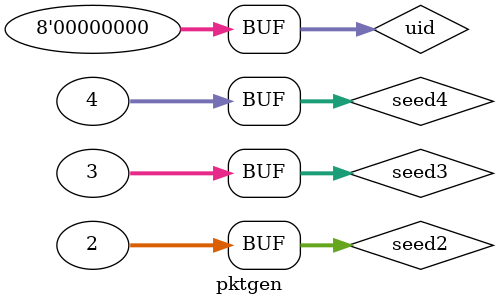
<source format=v>
`define SMALL 0
`define MEDIUM 1
`define LARGE 2
`define GOOD 0
`define BAD 1


module pktgen();
integer payload_size;//Control field for the payload size
integer parity_type;// Control feild for the parity type.
reg [0:7] uid; // Unique id field to identify the packet

reg [7:0] len;
reg [7:0] Da;
reg [7:0] Sa;
reg [0:7] pkt [0:64];//Size = MAX pkt size
reg [0:7] parity;

integer seed2 = 2;
integer seed3 = 3;
integer seed4 = 4;

initial
uid = 0;

task randomize();
begin

uid = uid +1;


// generate parity_type randomly as either 0 or 1
// generate payload_size randomly as 0, 1 or 2
// generate Destination address "Da" randomly based address 0 to 3 of mem array in module top
// generate soure address "Sa" randomly without any constraints

// If payload_size is small, length (len) should be constrainted between 0 to 10
// If payload_size is medium, length should between 10 to 20
// If payload_size is large, lenght should be between 20 and 30
// default payload_size is 0 to 10
// assign parity to 0 if parity_type is 0, else 1.
/// solun here **********************
parity_type= {$random}%2;// 0 and 1 are selected randomly
payload_size={$random}%3;// 0,1,2 are selected randomly
Da = top.mem[({$random}%3)];//{$random}%3;// 0,1,2,3 are selected randomly
Sa = $random;
if(payload_size== `SMALL)
len = {$random}%10;
else if(payload_size== `MEDIUM)
len = 10+{$random}%10;
else if(payload_size==`LARGE)
len = 20+{$random(seed2)}%10;
else len = {$random(seed2)}%10;
if(parity_type==0)
parity=8'b0;
else
parity=8'b1;
//******************************
end

endtask


task packing();
integer i;
begin
pkt[0]=Da;
pkt[1]=Sa;
pkt[2]=len;
$display("[PACKING] pkt[0] is Da %b %d Sa %b %d len %b %d ",pkt[0],Da,Sa,Sa,len,len);
for (i = 0;i<len+3;i=i+1)
pkt[i+3]=$random(seed4);
pkt[3] = uid;
pkt[i+3]=parity ^ parity_cal(0);
end
endtask



// parity_calc()
//
// Return the byte resulting from xor-ing among all data bytes
// and the byte resulting from concatenating addr and len
//////////////////////////////////////////////////////////////
function [0:7] parity_cal(input dummy);
integer i;
reg [0:7] result ;
begin
result = 8'hff;
for (i = 0;i<len+4;i=i+1)
begin
result = result ^ pkt[i];
end
parity_cal=result;
end
endfunction

endmodule
</source>
